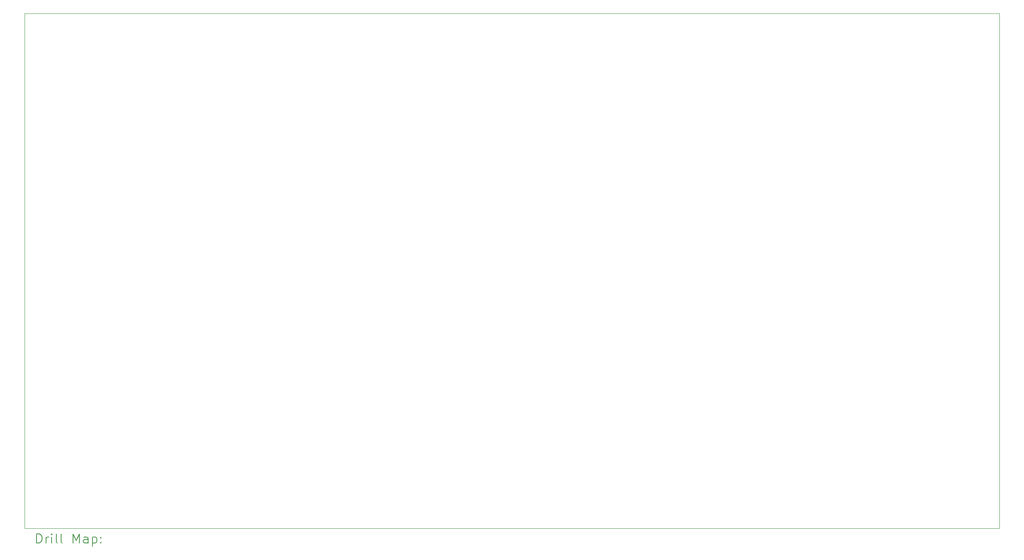
<source format=gbr>
%TF.GenerationSoftware,KiCad,Pcbnew,8.0.8*%
%TF.CreationDate,2025-01-31T18:29:07-05:00*%
%TF.ProjectId,8_16_computer_2,385f3136-5f63-46f6-9d70-757465725f32,rev?*%
%TF.SameCoordinates,Original*%
%TF.FileFunction,Drillmap*%
%TF.FilePolarity,Positive*%
%FSLAX45Y45*%
G04 Gerber Fmt 4.5, Leading zero omitted, Abs format (unit mm)*
G04 Created by KiCad (PCBNEW 8.0.8) date 2025-01-31 18:29:07*
%MOMM*%
%LPD*%
G01*
G04 APERTURE LIST*
%ADD10C,0.038100*%
%ADD11C,0.200000*%
G04 APERTURE END LIST*
D10*
X10300000Y-7400000D02*
X31100000Y-7400000D01*
X31100000Y-18400000D01*
X10300000Y-18400000D01*
X10300000Y-7400000D01*
D11*
X10558872Y-18713389D02*
X10558872Y-18513389D01*
X10558872Y-18513389D02*
X10606491Y-18513389D01*
X10606491Y-18513389D02*
X10635062Y-18522913D01*
X10635062Y-18522913D02*
X10654110Y-18541960D01*
X10654110Y-18541960D02*
X10663634Y-18561008D01*
X10663634Y-18561008D02*
X10673158Y-18599103D01*
X10673158Y-18599103D02*
X10673158Y-18627675D01*
X10673158Y-18627675D02*
X10663634Y-18665770D01*
X10663634Y-18665770D02*
X10654110Y-18684817D01*
X10654110Y-18684817D02*
X10635062Y-18703865D01*
X10635062Y-18703865D02*
X10606491Y-18713389D01*
X10606491Y-18713389D02*
X10558872Y-18713389D01*
X10758872Y-18713389D02*
X10758872Y-18580055D01*
X10758872Y-18618151D02*
X10768396Y-18599103D01*
X10768396Y-18599103D02*
X10777919Y-18589579D01*
X10777919Y-18589579D02*
X10796967Y-18580055D01*
X10796967Y-18580055D02*
X10816015Y-18580055D01*
X10882681Y-18713389D02*
X10882681Y-18580055D01*
X10882681Y-18513389D02*
X10873158Y-18522913D01*
X10873158Y-18522913D02*
X10882681Y-18532436D01*
X10882681Y-18532436D02*
X10892205Y-18522913D01*
X10892205Y-18522913D02*
X10882681Y-18513389D01*
X10882681Y-18513389D02*
X10882681Y-18532436D01*
X11006491Y-18713389D02*
X10987443Y-18703865D01*
X10987443Y-18703865D02*
X10977919Y-18684817D01*
X10977919Y-18684817D02*
X10977919Y-18513389D01*
X11111253Y-18713389D02*
X11092205Y-18703865D01*
X11092205Y-18703865D02*
X11082681Y-18684817D01*
X11082681Y-18684817D02*
X11082681Y-18513389D01*
X11339824Y-18713389D02*
X11339824Y-18513389D01*
X11339824Y-18513389D02*
X11406491Y-18656246D01*
X11406491Y-18656246D02*
X11473157Y-18513389D01*
X11473157Y-18513389D02*
X11473157Y-18713389D01*
X11654110Y-18713389D02*
X11654110Y-18608627D01*
X11654110Y-18608627D02*
X11644586Y-18589579D01*
X11644586Y-18589579D02*
X11625538Y-18580055D01*
X11625538Y-18580055D02*
X11587443Y-18580055D01*
X11587443Y-18580055D02*
X11568396Y-18589579D01*
X11654110Y-18703865D02*
X11635062Y-18713389D01*
X11635062Y-18713389D02*
X11587443Y-18713389D01*
X11587443Y-18713389D02*
X11568396Y-18703865D01*
X11568396Y-18703865D02*
X11558872Y-18684817D01*
X11558872Y-18684817D02*
X11558872Y-18665770D01*
X11558872Y-18665770D02*
X11568396Y-18646722D01*
X11568396Y-18646722D02*
X11587443Y-18637198D01*
X11587443Y-18637198D02*
X11635062Y-18637198D01*
X11635062Y-18637198D02*
X11654110Y-18627675D01*
X11749348Y-18580055D02*
X11749348Y-18780055D01*
X11749348Y-18589579D02*
X11768396Y-18580055D01*
X11768396Y-18580055D02*
X11806491Y-18580055D01*
X11806491Y-18580055D02*
X11825538Y-18589579D01*
X11825538Y-18589579D02*
X11835062Y-18599103D01*
X11835062Y-18599103D02*
X11844586Y-18618151D01*
X11844586Y-18618151D02*
X11844586Y-18675294D01*
X11844586Y-18675294D02*
X11835062Y-18694341D01*
X11835062Y-18694341D02*
X11825538Y-18703865D01*
X11825538Y-18703865D02*
X11806491Y-18713389D01*
X11806491Y-18713389D02*
X11768396Y-18713389D01*
X11768396Y-18713389D02*
X11749348Y-18703865D01*
X11930300Y-18694341D02*
X11939824Y-18703865D01*
X11939824Y-18703865D02*
X11930300Y-18713389D01*
X11930300Y-18713389D02*
X11920777Y-18703865D01*
X11920777Y-18703865D02*
X11930300Y-18694341D01*
X11930300Y-18694341D02*
X11930300Y-18713389D01*
X11930300Y-18589579D02*
X11939824Y-18599103D01*
X11939824Y-18599103D02*
X11930300Y-18608627D01*
X11930300Y-18608627D02*
X11920777Y-18599103D01*
X11920777Y-18599103D02*
X11930300Y-18589579D01*
X11930300Y-18589579D02*
X11930300Y-18608627D01*
M02*

</source>
